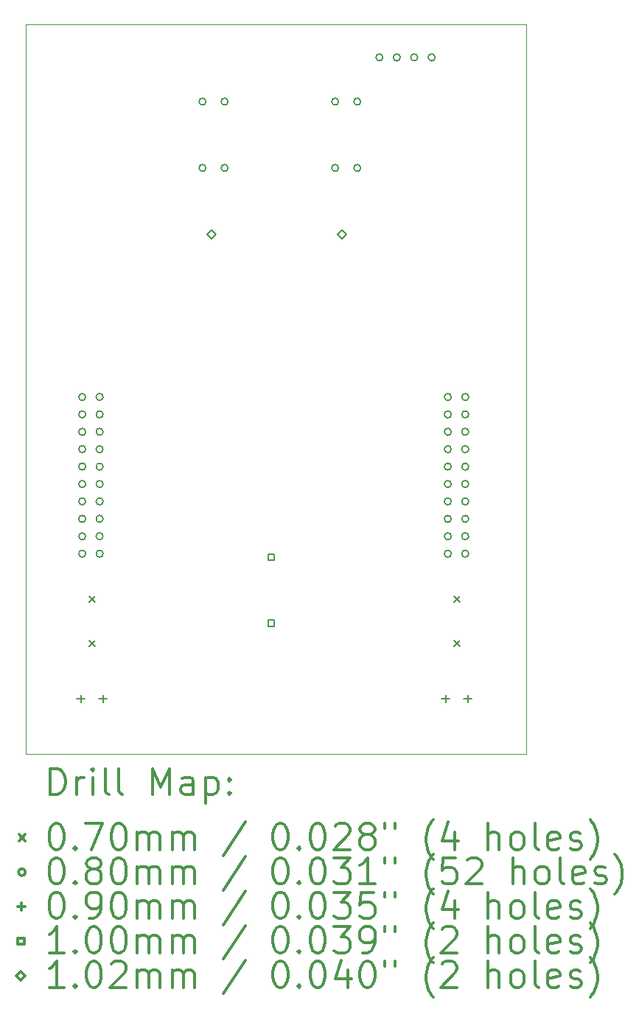
<source format=gbr>
%FSLAX45Y45*%
G04 Gerber Fmt 4.5, Leading zero omitted, Abs format (unit mm)*
G04 Created by KiCad (PCBNEW 5.1.5+dfsg1-2build2) date 2021-11-16 19:48:52*
%MOMM*%
%LPD*%
G04 APERTURE LIST*
%TA.AperFunction,Profile*%
%ADD10C,0.050000*%
%TD*%
%ADD11C,0.200000*%
%ADD12C,0.300000*%
G04 APERTURE END LIST*
D10*
X20868000Y-12954000D02*
X20868000Y-4572000D01*
X15113000Y-12954000D02*
X20868000Y-12954000D01*
X15113000Y-4572000D02*
X20868000Y-4572000D01*
X15113000Y-12954000D02*
X15113000Y-4572000D01*
D11*
X15840000Y-11141000D02*
X15910000Y-11211000D01*
X15910000Y-11141000D02*
X15840000Y-11211000D01*
X15840000Y-11649000D02*
X15910000Y-11719000D01*
X15910000Y-11649000D02*
X15840000Y-11719000D01*
X20031000Y-11141000D02*
X20101000Y-11211000D01*
X20101000Y-11141000D02*
X20031000Y-11211000D01*
X20031000Y-11649000D02*
X20101000Y-11719000D01*
X20101000Y-11649000D02*
X20031000Y-11719000D01*
X18709000Y-5461000D02*
G75*
G03X18709000Y-5461000I-40000J0D01*
G01*
X18709000Y-6223000D02*
G75*
G03X18709000Y-6223000I-40000J0D01*
G01*
X18963000Y-5461000D02*
G75*
G03X18963000Y-5461000I-40000J0D01*
G01*
X18963000Y-6223000D02*
G75*
G03X18963000Y-6223000I-40000J0D01*
G01*
X20003000Y-8854000D02*
G75*
G03X20003000Y-8854000I-40000J0D01*
G01*
X20003000Y-9054000D02*
G75*
G03X20003000Y-9054000I-40000J0D01*
G01*
X20003000Y-9254000D02*
G75*
G03X20003000Y-9254000I-40000J0D01*
G01*
X20003000Y-9454000D02*
G75*
G03X20003000Y-9454000I-40000J0D01*
G01*
X20003000Y-9654000D02*
G75*
G03X20003000Y-9654000I-40000J0D01*
G01*
X20003000Y-9854000D02*
G75*
G03X20003000Y-9854000I-40000J0D01*
G01*
X20003000Y-10054000D02*
G75*
G03X20003000Y-10054000I-40000J0D01*
G01*
X20003000Y-10254000D02*
G75*
G03X20003000Y-10254000I-40000J0D01*
G01*
X20003000Y-10454000D02*
G75*
G03X20003000Y-10454000I-40000J0D01*
G01*
X20003000Y-10654000D02*
G75*
G03X20003000Y-10654000I-40000J0D01*
G01*
X20203000Y-8854000D02*
G75*
G03X20203000Y-8854000I-40000J0D01*
G01*
X20203000Y-9054000D02*
G75*
G03X20203000Y-9054000I-40000J0D01*
G01*
X20203000Y-9254000D02*
G75*
G03X20203000Y-9254000I-40000J0D01*
G01*
X20203000Y-9454000D02*
G75*
G03X20203000Y-9454000I-40000J0D01*
G01*
X20203000Y-9654000D02*
G75*
G03X20203000Y-9654000I-40000J0D01*
G01*
X20203000Y-9854000D02*
G75*
G03X20203000Y-9854000I-40000J0D01*
G01*
X20203000Y-10054000D02*
G75*
G03X20203000Y-10054000I-40000J0D01*
G01*
X20203000Y-10254000D02*
G75*
G03X20203000Y-10254000I-40000J0D01*
G01*
X20203000Y-10454000D02*
G75*
G03X20203000Y-10454000I-40000J0D01*
G01*
X20203000Y-10654000D02*
G75*
G03X20203000Y-10654000I-40000J0D01*
G01*
X19217000Y-4953000D02*
G75*
G03X19217000Y-4953000I-40000J0D01*
G01*
X19417000Y-4953000D02*
G75*
G03X19417000Y-4953000I-40000J0D01*
G01*
X19617000Y-4953000D02*
G75*
G03X19617000Y-4953000I-40000J0D01*
G01*
X19817000Y-4953000D02*
G75*
G03X19817000Y-4953000I-40000J0D01*
G01*
X15803000Y-8854000D02*
G75*
G03X15803000Y-8854000I-40000J0D01*
G01*
X15803000Y-9054000D02*
G75*
G03X15803000Y-9054000I-40000J0D01*
G01*
X15803000Y-9254000D02*
G75*
G03X15803000Y-9254000I-40000J0D01*
G01*
X15803000Y-9454000D02*
G75*
G03X15803000Y-9454000I-40000J0D01*
G01*
X15803000Y-9654000D02*
G75*
G03X15803000Y-9654000I-40000J0D01*
G01*
X15803000Y-9854000D02*
G75*
G03X15803000Y-9854000I-40000J0D01*
G01*
X15803000Y-10054000D02*
G75*
G03X15803000Y-10054000I-40000J0D01*
G01*
X15803000Y-10254000D02*
G75*
G03X15803000Y-10254000I-40000J0D01*
G01*
X15803000Y-10454000D02*
G75*
G03X15803000Y-10454000I-40000J0D01*
G01*
X15803000Y-10654000D02*
G75*
G03X15803000Y-10654000I-40000J0D01*
G01*
X16003000Y-8854000D02*
G75*
G03X16003000Y-8854000I-40000J0D01*
G01*
X16003000Y-9054000D02*
G75*
G03X16003000Y-9054000I-40000J0D01*
G01*
X16003000Y-9254000D02*
G75*
G03X16003000Y-9254000I-40000J0D01*
G01*
X16003000Y-9454000D02*
G75*
G03X16003000Y-9454000I-40000J0D01*
G01*
X16003000Y-9654000D02*
G75*
G03X16003000Y-9654000I-40000J0D01*
G01*
X16003000Y-9854000D02*
G75*
G03X16003000Y-9854000I-40000J0D01*
G01*
X16003000Y-10054000D02*
G75*
G03X16003000Y-10054000I-40000J0D01*
G01*
X16003000Y-10254000D02*
G75*
G03X16003000Y-10254000I-40000J0D01*
G01*
X16003000Y-10454000D02*
G75*
G03X16003000Y-10454000I-40000J0D01*
G01*
X16003000Y-10654000D02*
G75*
G03X16003000Y-10654000I-40000J0D01*
G01*
X17185000Y-5461000D02*
G75*
G03X17185000Y-5461000I-40000J0D01*
G01*
X17185000Y-6223000D02*
G75*
G03X17185000Y-6223000I-40000J0D01*
G01*
X17439000Y-5461000D02*
G75*
G03X17439000Y-5461000I-40000J0D01*
G01*
X17439000Y-6223000D02*
G75*
G03X17439000Y-6223000I-40000J0D01*
G01*
X19939000Y-12274000D02*
X19939000Y-12364000D01*
X19894000Y-12319000D02*
X19984000Y-12319000D01*
X20193000Y-12274000D02*
X20193000Y-12364000D01*
X20148000Y-12319000D02*
X20238000Y-12319000D01*
X15748000Y-12274000D02*
X15748000Y-12364000D01*
X15703000Y-12319000D02*
X15793000Y-12319000D01*
X16002000Y-12274000D02*
X16002000Y-12364000D01*
X15957000Y-12319000D02*
X16047000Y-12319000D01*
X17969356Y-10727356D02*
X17969356Y-10656644D01*
X17898644Y-10656644D01*
X17898644Y-10727356D01*
X17969356Y-10727356D01*
X17969356Y-11487356D02*
X17969356Y-11416644D01*
X17898644Y-11416644D01*
X17898644Y-11487356D01*
X17969356Y-11487356D01*
X17245000Y-7036000D02*
X17296000Y-6985000D01*
X17245000Y-6934000D01*
X17194000Y-6985000D01*
X17245000Y-7036000D01*
X18744000Y-7036000D02*
X18795000Y-6985000D01*
X18744000Y-6934000D01*
X18693000Y-6985000D01*
X18744000Y-7036000D01*
D12*
X15396928Y-13422214D02*
X15396928Y-13122214D01*
X15468357Y-13122214D01*
X15511214Y-13136500D01*
X15539786Y-13165071D01*
X15554071Y-13193643D01*
X15568357Y-13250786D01*
X15568357Y-13293643D01*
X15554071Y-13350786D01*
X15539786Y-13379357D01*
X15511214Y-13407929D01*
X15468357Y-13422214D01*
X15396928Y-13422214D01*
X15696928Y-13422214D02*
X15696928Y-13222214D01*
X15696928Y-13279357D02*
X15711214Y-13250786D01*
X15725500Y-13236500D01*
X15754071Y-13222214D01*
X15782643Y-13222214D01*
X15882643Y-13422214D02*
X15882643Y-13222214D01*
X15882643Y-13122214D02*
X15868357Y-13136500D01*
X15882643Y-13150786D01*
X15896928Y-13136500D01*
X15882643Y-13122214D01*
X15882643Y-13150786D01*
X16068357Y-13422214D02*
X16039786Y-13407929D01*
X16025500Y-13379357D01*
X16025500Y-13122214D01*
X16225500Y-13422214D02*
X16196928Y-13407929D01*
X16182643Y-13379357D01*
X16182643Y-13122214D01*
X16568357Y-13422214D02*
X16568357Y-13122214D01*
X16668357Y-13336500D01*
X16768357Y-13122214D01*
X16768357Y-13422214D01*
X17039786Y-13422214D02*
X17039786Y-13265071D01*
X17025500Y-13236500D01*
X16996928Y-13222214D01*
X16939786Y-13222214D01*
X16911214Y-13236500D01*
X17039786Y-13407929D02*
X17011214Y-13422214D01*
X16939786Y-13422214D01*
X16911214Y-13407929D01*
X16896928Y-13379357D01*
X16896928Y-13350786D01*
X16911214Y-13322214D01*
X16939786Y-13307929D01*
X17011214Y-13307929D01*
X17039786Y-13293643D01*
X17182643Y-13222214D02*
X17182643Y-13522214D01*
X17182643Y-13236500D02*
X17211214Y-13222214D01*
X17268357Y-13222214D01*
X17296928Y-13236500D01*
X17311214Y-13250786D01*
X17325500Y-13279357D01*
X17325500Y-13365071D01*
X17311214Y-13393643D01*
X17296928Y-13407929D01*
X17268357Y-13422214D01*
X17211214Y-13422214D01*
X17182643Y-13407929D01*
X17454071Y-13393643D02*
X17468357Y-13407929D01*
X17454071Y-13422214D01*
X17439786Y-13407929D01*
X17454071Y-13393643D01*
X17454071Y-13422214D01*
X17454071Y-13236500D02*
X17468357Y-13250786D01*
X17454071Y-13265071D01*
X17439786Y-13250786D01*
X17454071Y-13236500D01*
X17454071Y-13265071D01*
X15040500Y-13881500D02*
X15110500Y-13951500D01*
X15110500Y-13881500D02*
X15040500Y-13951500D01*
X15454071Y-13752214D02*
X15482643Y-13752214D01*
X15511214Y-13766500D01*
X15525500Y-13780786D01*
X15539786Y-13809357D01*
X15554071Y-13866500D01*
X15554071Y-13937929D01*
X15539786Y-13995071D01*
X15525500Y-14023643D01*
X15511214Y-14037929D01*
X15482643Y-14052214D01*
X15454071Y-14052214D01*
X15425500Y-14037929D01*
X15411214Y-14023643D01*
X15396928Y-13995071D01*
X15382643Y-13937929D01*
X15382643Y-13866500D01*
X15396928Y-13809357D01*
X15411214Y-13780786D01*
X15425500Y-13766500D01*
X15454071Y-13752214D01*
X15682643Y-14023643D02*
X15696928Y-14037929D01*
X15682643Y-14052214D01*
X15668357Y-14037929D01*
X15682643Y-14023643D01*
X15682643Y-14052214D01*
X15796928Y-13752214D02*
X15996928Y-13752214D01*
X15868357Y-14052214D01*
X16168357Y-13752214D02*
X16196928Y-13752214D01*
X16225500Y-13766500D01*
X16239786Y-13780786D01*
X16254071Y-13809357D01*
X16268357Y-13866500D01*
X16268357Y-13937929D01*
X16254071Y-13995071D01*
X16239786Y-14023643D01*
X16225500Y-14037929D01*
X16196928Y-14052214D01*
X16168357Y-14052214D01*
X16139786Y-14037929D01*
X16125500Y-14023643D01*
X16111214Y-13995071D01*
X16096928Y-13937929D01*
X16096928Y-13866500D01*
X16111214Y-13809357D01*
X16125500Y-13780786D01*
X16139786Y-13766500D01*
X16168357Y-13752214D01*
X16396928Y-14052214D02*
X16396928Y-13852214D01*
X16396928Y-13880786D02*
X16411214Y-13866500D01*
X16439786Y-13852214D01*
X16482643Y-13852214D01*
X16511214Y-13866500D01*
X16525500Y-13895071D01*
X16525500Y-14052214D01*
X16525500Y-13895071D02*
X16539786Y-13866500D01*
X16568357Y-13852214D01*
X16611214Y-13852214D01*
X16639786Y-13866500D01*
X16654071Y-13895071D01*
X16654071Y-14052214D01*
X16796928Y-14052214D02*
X16796928Y-13852214D01*
X16796928Y-13880786D02*
X16811214Y-13866500D01*
X16839786Y-13852214D01*
X16882643Y-13852214D01*
X16911214Y-13866500D01*
X16925500Y-13895071D01*
X16925500Y-14052214D01*
X16925500Y-13895071D02*
X16939786Y-13866500D01*
X16968357Y-13852214D01*
X17011214Y-13852214D01*
X17039786Y-13866500D01*
X17054071Y-13895071D01*
X17054071Y-14052214D01*
X17639786Y-13737929D02*
X17382643Y-14123643D01*
X18025500Y-13752214D02*
X18054071Y-13752214D01*
X18082643Y-13766500D01*
X18096928Y-13780786D01*
X18111214Y-13809357D01*
X18125500Y-13866500D01*
X18125500Y-13937929D01*
X18111214Y-13995071D01*
X18096928Y-14023643D01*
X18082643Y-14037929D01*
X18054071Y-14052214D01*
X18025500Y-14052214D01*
X17996928Y-14037929D01*
X17982643Y-14023643D01*
X17968357Y-13995071D01*
X17954071Y-13937929D01*
X17954071Y-13866500D01*
X17968357Y-13809357D01*
X17982643Y-13780786D01*
X17996928Y-13766500D01*
X18025500Y-13752214D01*
X18254071Y-14023643D02*
X18268357Y-14037929D01*
X18254071Y-14052214D01*
X18239786Y-14037929D01*
X18254071Y-14023643D01*
X18254071Y-14052214D01*
X18454071Y-13752214D02*
X18482643Y-13752214D01*
X18511214Y-13766500D01*
X18525500Y-13780786D01*
X18539786Y-13809357D01*
X18554071Y-13866500D01*
X18554071Y-13937929D01*
X18539786Y-13995071D01*
X18525500Y-14023643D01*
X18511214Y-14037929D01*
X18482643Y-14052214D01*
X18454071Y-14052214D01*
X18425500Y-14037929D01*
X18411214Y-14023643D01*
X18396928Y-13995071D01*
X18382643Y-13937929D01*
X18382643Y-13866500D01*
X18396928Y-13809357D01*
X18411214Y-13780786D01*
X18425500Y-13766500D01*
X18454071Y-13752214D01*
X18668357Y-13780786D02*
X18682643Y-13766500D01*
X18711214Y-13752214D01*
X18782643Y-13752214D01*
X18811214Y-13766500D01*
X18825500Y-13780786D01*
X18839786Y-13809357D01*
X18839786Y-13837929D01*
X18825500Y-13880786D01*
X18654071Y-14052214D01*
X18839786Y-14052214D01*
X19011214Y-13880786D02*
X18982643Y-13866500D01*
X18968357Y-13852214D01*
X18954071Y-13823643D01*
X18954071Y-13809357D01*
X18968357Y-13780786D01*
X18982643Y-13766500D01*
X19011214Y-13752214D01*
X19068357Y-13752214D01*
X19096928Y-13766500D01*
X19111214Y-13780786D01*
X19125500Y-13809357D01*
X19125500Y-13823643D01*
X19111214Y-13852214D01*
X19096928Y-13866500D01*
X19068357Y-13880786D01*
X19011214Y-13880786D01*
X18982643Y-13895071D01*
X18968357Y-13909357D01*
X18954071Y-13937929D01*
X18954071Y-13995071D01*
X18968357Y-14023643D01*
X18982643Y-14037929D01*
X19011214Y-14052214D01*
X19068357Y-14052214D01*
X19096928Y-14037929D01*
X19111214Y-14023643D01*
X19125500Y-13995071D01*
X19125500Y-13937929D01*
X19111214Y-13909357D01*
X19096928Y-13895071D01*
X19068357Y-13880786D01*
X19239786Y-13752214D02*
X19239786Y-13809357D01*
X19354071Y-13752214D02*
X19354071Y-13809357D01*
X19796928Y-14166500D02*
X19782643Y-14152214D01*
X19754071Y-14109357D01*
X19739786Y-14080786D01*
X19725500Y-14037929D01*
X19711214Y-13966500D01*
X19711214Y-13909357D01*
X19725500Y-13837929D01*
X19739786Y-13795071D01*
X19754071Y-13766500D01*
X19782643Y-13723643D01*
X19796928Y-13709357D01*
X20039786Y-13852214D02*
X20039786Y-14052214D01*
X19968357Y-13737929D02*
X19896928Y-13952214D01*
X20082643Y-13952214D01*
X20425500Y-14052214D02*
X20425500Y-13752214D01*
X20554071Y-14052214D02*
X20554071Y-13895071D01*
X20539786Y-13866500D01*
X20511214Y-13852214D01*
X20468357Y-13852214D01*
X20439786Y-13866500D01*
X20425500Y-13880786D01*
X20739786Y-14052214D02*
X20711214Y-14037929D01*
X20696928Y-14023643D01*
X20682643Y-13995071D01*
X20682643Y-13909357D01*
X20696928Y-13880786D01*
X20711214Y-13866500D01*
X20739786Y-13852214D01*
X20782643Y-13852214D01*
X20811214Y-13866500D01*
X20825500Y-13880786D01*
X20839786Y-13909357D01*
X20839786Y-13995071D01*
X20825500Y-14023643D01*
X20811214Y-14037929D01*
X20782643Y-14052214D01*
X20739786Y-14052214D01*
X21011214Y-14052214D02*
X20982643Y-14037929D01*
X20968357Y-14009357D01*
X20968357Y-13752214D01*
X21239786Y-14037929D02*
X21211214Y-14052214D01*
X21154071Y-14052214D01*
X21125500Y-14037929D01*
X21111214Y-14009357D01*
X21111214Y-13895071D01*
X21125500Y-13866500D01*
X21154071Y-13852214D01*
X21211214Y-13852214D01*
X21239786Y-13866500D01*
X21254071Y-13895071D01*
X21254071Y-13923643D01*
X21111214Y-13952214D01*
X21368357Y-14037929D02*
X21396928Y-14052214D01*
X21454071Y-14052214D01*
X21482643Y-14037929D01*
X21496928Y-14009357D01*
X21496928Y-13995071D01*
X21482643Y-13966500D01*
X21454071Y-13952214D01*
X21411214Y-13952214D01*
X21382643Y-13937929D01*
X21368357Y-13909357D01*
X21368357Y-13895071D01*
X21382643Y-13866500D01*
X21411214Y-13852214D01*
X21454071Y-13852214D01*
X21482643Y-13866500D01*
X21596928Y-14166500D02*
X21611214Y-14152214D01*
X21639786Y-14109357D01*
X21654071Y-14080786D01*
X21668357Y-14037929D01*
X21682643Y-13966500D01*
X21682643Y-13909357D01*
X21668357Y-13837929D01*
X21654071Y-13795071D01*
X21639786Y-13766500D01*
X21611214Y-13723643D01*
X21596928Y-13709357D01*
X15110500Y-14312500D02*
G75*
G03X15110500Y-14312500I-40000J0D01*
G01*
X15454071Y-14148214D02*
X15482643Y-14148214D01*
X15511214Y-14162500D01*
X15525500Y-14176786D01*
X15539786Y-14205357D01*
X15554071Y-14262500D01*
X15554071Y-14333929D01*
X15539786Y-14391071D01*
X15525500Y-14419643D01*
X15511214Y-14433929D01*
X15482643Y-14448214D01*
X15454071Y-14448214D01*
X15425500Y-14433929D01*
X15411214Y-14419643D01*
X15396928Y-14391071D01*
X15382643Y-14333929D01*
X15382643Y-14262500D01*
X15396928Y-14205357D01*
X15411214Y-14176786D01*
X15425500Y-14162500D01*
X15454071Y-14148214D01*
X15682643Y-14419643D02*
X15696928Y-14433929D01*
X15682643Y-14448214D01*
X15668357Y-14433929D01*
X15682643Y-14419643D01*
X15682643Y-14448214D01*
X15868357Y-14276786D02*
X15839786Y-14262500D01*
X15825500Y-14248214D01*
X15811214Y-14219643D01*
X15811214Y-14205357D01*
X15825500Y-14176786D01*
X15839786Y-14162500D01*
X15868357Y-14148214D01*
X15925500Y-14148214D01*
X15954071Y-14162500D01*
X15968357Y-14176786D01*
X15982643Y-14205357D01*
X15982643Y-14219643D01*
X15968357Y-14248214D01*
X15954071Y-14262500D01*
X15925500Y-14276786D01*
X15868357Y-14276786D01*
X15839786Y-14291071D01*
X15825500Y-14305357D01*
X15811214Y-14333929D01*
X15811214Y-14391071D01*
X15825500Y-14419643D01*
X15839786Y-14433929D01*
X15868357Y-14448214D01*
X15925500Y-14448214D01*
X15954071Y-14433929D01*
X15968357Y-14419643D01*
X15982643Y-14391071D01*
X15982643Y-14333929D01*
X15968357Y-14305357D01*
X15954071Y-14291071D01*
X15925500Y-14276786D01*
X16168357Y-14148214D02*
X16196928Y-14148214D01*
X16225500Y-14162500D01*
X16239786Y-14176786D01*
X16254071Y-14205357D01*
X16268357Y-14262500D01*
X16268357Y-14333929D01*
X16254071Y-14391071D01*
X16239786Y-14419643D01*
X16225500Y-14433929D01*
X16196928Y-14448214D01*
X16168357Y-14448214D01*
X16139786Y-14433929D01*
X16125500Y-14419643D01*
X16111214Y-14391071D01*
X16096928Y-14333929D01*
X16096928Y-14262500D01*
X16111214Y-14205357D01*
X16125500Y-14176786D01*
X16139786Y-14162500D01*
X16168357Y-14148214D01*
X16396928Y-14448214D02*
X16396928Y-14248214D01*
X16396928Y-14276786D02*
X16411214Y-14262500D01*
X16439786Y-14248214D01*
X16482643Y-14248214D01*
X16511214Y-14262500D01*
X16525500Y-14291071D01*
X16525500Y-14448214D01*
X16525500Y-14291071D02*
X16539786Y-14262500D01*
X16568357Y-14248214D01*
X16611214Y-14248214D01*
X16639786Y-14262500D01*
X16654071Y-14291071D01*
X16654071Y-14448214D01*
X16796928Y-14448214D02*
X16796928Y-14248214D01*
X16796928Y-14276786D02*
X16811214Y-14262500D01*
X16839786Y-14248214D01*
X16882643Y-14248214D01*
X16911214Y-14262500D01*
X16925500Y-14291071D01*
X16925500Y-14448214D01*
X16925500Y-14291071D02*
X16939786Y-14262500D01*
X16968357Y-14248214D01*
X17011214Y-14248214D01*
X17039786Y-14262500D01*
X17054071Y-14291071D01*
X17054071Y-14448214D01*
X17639786Y-14133929D02*
X17382643Y-14519643D01*
X18025500Y-14148214D02*
X18054071Y-14148214D01*
X18082643Y-14162500D01*
X18096928Y-14176786D01*
X18111214Y-14205357D01*
X18125500Y-14262500D01*
X18125500Y-14333929D01*
X18111214Y-14391071D01*
X18096928Y-14419643D01*
X18082643Y-14433929D01*
X18054071Y-14448214D01*
X18025500Y-14448214D01*
X17996928Y-14433929D01*
X17982643Y-14419643D01*
X17968357Y-14391071D01*
X17954071Y-14333929D01*
X17954071Y-14262500D01*
X17968357Y-14205357D01*
X17982643Y-14176786D01*
X17996928Y-14162500D01*
X18025500Y-14148214D01*
X18254071Y-14419643D02*
X18268357Y-14433929D01*
X18254071Y-14448214D01*
X18239786Y-14433929D01*
X18254071Y-14419643D01*
X18254071Y-14448214D01*
X18454071Y-14148214D02*
X18482643Y-14148214D01*
X18511214Y-14162500D01*
X18525500Y-14176786D01*
X18539786Y-14205357D01*
X18554071Y-14262500D01*
X18554071Y-14333929D01*
X18539786Y-14391071D01*
X18525500Y-14419643D01*
X18511214Y-14433929D01*
X18482643Y-14448214D01*
X18454071Y-14448214D01*
X18425500Y-14433929D01*
X18411214Y-14419643D01*
X18396928Y-14391071D01*
X18382643Y-14333929D01*
X18382643Y-14262500D01*
X18396928Y-14205357D01*
X18411214Y-14176786D01*
X18425500Y-14162500D01*
X18454071Y-14148214D01*
X18654071Y-14148214D02*
X18839786Y-14148214D01*
X18739786Y-14262500D01*
X18782643Y-14262500D01*
X18811214Y-14276786D01*
X18825500Y-14291071D01*
X18839786Y-14319643D01*
X18839786Y-14391071D01*
X18825500Y-14419643D01*
X18811214Y-14433929D01*
X18782643Y-14448214D01*
X18696928Y-14448214D01*
X18668357Y-14433929D01*
X18654071Y-14419643D01*
X19125500Y-14448214D02*
X18954071Y-14448214D01*
X19039786Y-14448214D02*
X19039786Y-14148214D01*
X19011214Y-14191071D01*
X18982643Y-14219643D01*
X18954071Y-14233929D01*
X19239786Y-14148214D02*
X19239786Y-14205357D01*
X19354071Y-14148214D02*
X19354071Y-14205357D01*
X19796928Y-14562500D02*
X19782643Y-14548214D01*
X19754071Y-14505357D01*
X19739786Y-14476786D01*
X19725500Y-14433929D01*
X19711214Y-14362500D01*
X19711214Y-14305357D01*
X19725500Y-14233929D01*
X19739786Y-14191071D01*
X19754071Y-14162500D01*
X19782643Y-14119643D01*
X19796928Y-14105357D01*
X20054071Y-14148214D02*
X19911214Y-14148214D01*
X19896928Y-14291071D01*
X19911214Y-14276786D01*
X19939786Y-14262500D01*
X20011214Y-14262500D01*
X20039786Y-14276786D01*
X20054071Y-14291071D01*
X20068357Y-14319643D01*
X20068357Y-14391071D01*
X20054071Y-14419643D01*
X20039786Y-14433929D01*
X20011214Y-14448214D01*
X19939786Y-14448214D01*
X19911214Y-14433929D01*
X19896928Y-14419643D01*
X20182643Y-14176786D02*
X20196928Y-14162500D01*
X20225500Y-14148214D01*
X20296928Y-14148214D01*
X20325500Y-14162500D01*
X20339786Y-14176786D01*
X20354071Y-14205357D01*
X20354071Y-14233929D01*
X20339786Y-14276786D01*
X20168357Y-14448214D01*
X20354071Y-14448214D01*
X20711214Y-14448214D02*
X20711214Y-14148214D01*
X20839786Y-14448214D02*
X20839786Y-14291071D01*
X20825500Y-14262500D01*
X20796928Y-14248214D01*
X20754071Y-14248214D01*
X20725500Y-14262500D01*
X20711214Y-14276786D01*
X21025500Y-14448214D02*
X20996928Y-14433929D01*
X20982643Y-14419643D01*
X20968357Y-14391071D01*
X20968357Y-14305357D01*
X20982643Y-14276786D01*
X20996928Y-14262500D01*
X21025500Y-14248214D01*
X21068357Y-14248214D01*
X21096928Y-14262500D01*
X21111214Y-14276786D01*
X21125500Y-14305357D01*
X21125500Y-14391071D01*
X21111214Y-14419643D01*
X21096928Y-14433929D01*
X21068357Y-14448214D01*
X21025500Y-14448214D01*
X21296928Y-14448214D02*
X21268357Y-14433929D01*
X21254071Y-14405357D01*
X21254071Y-14148214D01*
X21525500Y-14433929D02*
X21496928Y-14448214D01*
X21439786Y-14448214D01*
X21411214Y-14433929D01*
X21396928Y-14405357D01*
X21396928Y-14291071D01*
X21411214Y-14262500D01*
X21439786Y-14248214D01*
X21496928Y-14248214D01*
X21525500Y-14262500D01*
X21539786Y-14291071D01*
X21539786Y-14319643D01*
X21396928Y-14348214D01*
X21654071Y-14433929D02*
X21682643Y-14448214D01*
X21739786Y-14448214D01*
X21768357Y-14433929D01*
X21782643Y-14405357D01*
X21782643Y-14391071D01*
X21768357Y-14362500D01*
X21739786Y-14348214D01*
X21696928Y-14348214D01*
X21668357Y-14333929D01*
X21654071Y-14305357D01*
X21654071Y-14291071D01*
X21668357Y-14262500D01*
X21696928Y-14248214D01*
X21739786Y-14248214D01*
X21768357Y-14262500D01*
X21882643Y-14562500D02*
X21896928Y-14548214D01*
X21925500Y-14505357D01*
X21939786Y-14476786D01*
X21954071Y-14433929D01*
X21968357Y-14362500D01*
X21968357Y-14305357D01*
X21954071Y-14233929D01*
X21939786Y-14191071D01*
X21925500Y-14162500D01*
X21896928Y-14119643D01*
X21882643Y-14105357D01*
X15065500Y-14663500D02*
X15065500Y-14753500D01*
X15020500Y-14708500D02*
X15110500Y-14708500D01*
X15454071Y-14544214D02*
X15482643Y-14544214D01*
X15511214Y-14558500D01*
X15525500Y-14572786D01*
X15539786Y-14601357D01*
X15554071Y-14658500D01*
X15554071Y-14729929D01*
X15539786Y-14787071D01*
X15525500Y-14815643D01*
X15511214Y-14829929D01*
X15482643Y-14844214D01*
X15454071Y-14844214D01*
X15425500Y-14829929D01*
X15411214Y-14815643D01*
X15396928Y-14787071D01*
X15382643Y-14729929D01*
X15382643Y-14658500D01*
X15396928Y-14601357D01*
X15411214Y-14572786D01*
X15425500Y-14558500D01*
X15454071Y-14544214D01*
X15682643Y-14815643D02*
X15696928Y-14829929D01*
X15682643Y-14844214D01*
X15668357Y-14829929D01*
X15682643Y-14815643D01*
X15682643Y-14844214D01*
X15839786Y-14844214D02*
X15896928Y-14844214D01*
X15925500Y-14829929D01*
X15939786Y-14815643D01*
X15968357Y-14772786D01*
X15982643Y-14715643D01*
X15982643Y-14601357D01*
X15968357Y-14572786D01*
X15954071Y-14558500D01*
X15925500Y-14544214D01*
X15868357Y-14544214D01*
X15839786Y-14558500D01*
X15825500Y-14572786D01*
X15811214Y-14601357D01*
X15811214Y-14672786D01*
X15825500Y-14701357D01*
X15839786Y-14715643D01*
X15868357Y-14729929D01*
X15925500Y-14729929D01*
X15954071Y-14715643D01*
X15968357Y-14701357D01*
X15982643Y-14672786D01*
X16168357Y-14544214D02*
X16196928Y-14544214D01*
X16225500Y-14558500D01*
X16239786Y-14572786D01*
X16254071Y-14601357D01*
X16268357Y-14658500D01*
X16268357Y-14729929D01*
X16254071Y-14787071D01*
X16239786Y-14815643D01*
X16225500Y-14829929D01*
X16196928Y-14844214D01*
X16168357Y-14844214D01*
X16139786Y-14829929D01*
X16125500Y-14815643D01*
X16111214Y-14787071D01*
X16096928Y-14729929D01*
X16096928Y-14658500D01*
X16111214Y-14601357D01*
X16125500Y-14572786D01*
X16139786Y-14558500D01*
X16168357Y-14544214D01*
X16396928Y-14844214D02*
X16396928Y-14644214D01*
X16396928Y-14672786D02*
X16411214Y-14658500D01*
X16439786Y-14644214D01*
X16482643Y-14644214D01*
X16511214Y-14658500D01*
X16525500Y-14687071D01*
X16525500Y-14844214D01*
X16525500Y-14687071D02*
X16539786Y-14658500D01*
X16568357Y-14644214D01*
X16611214Y-14644214D01*
X16639786Y-14658500D01*
X16654071Y-14687071D01*
X16654071Y-14844214D01*
X16796928Y-14844214D02*
X16796928Y-14644214D01*
X16796928Y-14672786D02*
X16811214Y-14658500D01*
X16839786Y-14644214D01*
X16882643Y-14644214D01*
X16911214Y-14658500D01*
X16925500Y-14687071D01*
X16925500Y-14844214D01*
X16925500Y-14687071D02*
X16939786Y-14658500D01*
X16968357Y-14644214D01*
X17011214Y-14644214D01*
X17039786Y-14658500D01*
X17054071Y-14687071D01*
X17054071Y-14844214D01*
X17639786Y-14529929D02*
X17382643Y-14915643D01*
X18025500Y-14544214D02*
X18054071Y-14544214D01*
X18082643Y-14558500D01*
X18096928Y-14572786D01*
X18111214Y-14601357D01*
X18125500Y-14658500D01*
X18125500Y-14729929D01*
X18111214Y-14787071D01*
X18096928Y-14815643D01*
X18082643Y-14829929D01*
X18054071Y-14844214D01*
X18025500Y-14844214D01*
X17996928Y-14829929D01*
X17982643Y-14815643D01*
X17968357Y-14787071D01*
X17954071Y-14729929D01*
X17954071Y-14658500D01*
X17968357Y-14601357D01*
X17982643Y-14572786D01*
X17996928Y-14558500D01*
X18025500Y-14544214D01*
X18254071Y-14815643D02*
X18268357Y-14829929D01*
X18254071Y-14844214D01*
X18239786Y-14829929D01*
X18254071Y-14815643D01*
X18254071Y-14844214D01*
X18454071Y-14544214D02*
X18482643Y-14544214D01*
X18511214Y-14558500D01*
X18525500Y-14572786D01*
X18539786Y-14601357D01*
X18554071Y-14658500D01*
X18554071Y-14729929D01*
X18539786Y-14787071D01*
X18525500Y-14815643D01*
X18511214Y-14829929D01*
X18482643Y-14844214D01*
X18454071Y-14844214D01*
X18425500Y-14829929D01*
X18411214Y-14815643D01*
X18396928Y-14787071D01*
X18382643Y-14729929D01*
X18382643Y-14658500D01*
X18396928Y-14601357D01*
X18411214Y-14572786D01*
X18425500Y-14558500D01*
X18454071Y-14544214D01*
X18654071Y-14544214D02*
X18839786Y-14544214D01*
X18739786Y-14658500D01*
X18782643Y-14658500D01*
X18811214Y-14672786D01*
X18825500Y-14687071D01*
X18839786Y-14715643D01*
X18839786Y-14787071D01*
X18825500Y-14815643D01*
X18811214Y-14829929D01*
X18782643Y-14844214D01*
X18696928Y-14844214D01*
X18668357Y-14829929D01*
X18654071Y-14815643D01*
X19111214Y-14544214D02*
X18968357Y-14544214D01*
X18954071Y-14687071D01*
X18968357Y-14672786D01*
X18996928Y-14658500D01*
X19068357Y-14658500D01*
X19096928Y-14672786D01*
X19111214Y-14687071D01*
X19125500Y-14715643D01*
X19125500Y-14787071D01*
X19111214Y-14815643D01*
X19096928Y-14829929D01*
X19068357Y-14844214D01*
X18996928Y-14844214D01*
X18968357Y-14829929D01*
X18954071Y-14815643D01*
X19239786Y-14544214D02*
X19239786Y-14601357D01*
X19354071Y-14544214D02*
X19354071Y-14601357D01*
X19796928Y-14958500D02*
X19782643Y-14944214D01*
X19754071Y-14901357D01*
X19739786Y-14872786D01*
X19725500Y-14829929D01*
X19711214Y-14758500D01*
X19711214Y-14701357D01*
X19725500Y-14629929D01*
X19739786Y-14587071D01*
X19754071Y-14558500D01*
X19782643Y-14515643D01*
X19796928Y-14501357D01*
X20039786Y-14644214D02*
X20039786Y-14844214D01*
X19968357Y-14529929D02*
X19896928Y-14744214D01*
X20082643Y-14744214D01*
X20425500Y-14844214D02*
X20425500Y-14544214D01*
X20554071Y-14844214D02*
X20554071Y-14687071D01*
X20539786Y-14658500D01*
X20511214Y-14644214D01*
X20468357Y-14644214D01*
X20439786Y-14658500D01*
X20425500Y-14672786D01*
X20739786Y-14844214D02*
X20711214Y-14829929D01*
X20696928Y-14815643D01*
X20682643Y-14787071D01*
X20682643Y-14701357D01*
X20696928Y-14672786D01*
X20711214Y-14658500D01*
X20739786Y-14644214D01*
X20782643Y-14644214D01*
X20811214Y-14658500D01*
X20825500Y-14672786D01*
X20839786Y-14701357D01*
X20839786Y-14787071D01*
X20825500Y-14815643D01*
X20811214Y-14829929D01*
X20782643Y-14844214D01*
X20739786Y-14844214D01*
X21011214Y-14844214D02*
X20982643Y-14829929D01*
X20968357Y-14801357D01*
X20968357Y-14544214D01*
X21239786Y-14829929D02*
X21211214Y-14844214D01*
X21154071Y-14844214D01*
X21125500Y-14829929D01*
X21111214Y-14801357D01*
X21111214Y-14687071D01*
X21125500Y-14658500D01*
X21154071Y-14644214D01*
X21211214Y-14644214D01*
X21239786Y-14658500D01*
X21254071Y-14687071D01*
X21254071Y-14715643D01*
X21111214Y-14744214D01*
X21368357Y-14829929D02*
X21396928Y-14844214D01*
X21454071Y-14844214D01*
X21482643Y-14829929D01*
X21496928Y-14801357D01*
X21496928Y-14787071D01*
X21482643Y-14758500D01*
X21454071Y-14744214D01*
X21411214Y-14744214D01*
X21382643Y-14729929D01*
X21368357Y-14701357D01*
X21368357Y-14687071D01*
X21382643Y-14658500D01*
X21411214Y-14644214D01*
X21454071Y-14644214D01*
X21482643Y-14658500D01*
X21596928Y-14958500D02*
X21611214Y-14944214D01*
X21639786Y-14901357D01*
X21654071Y-14872786D01*
X21668357Y-14829929D01*
X21682643Y-14758500D01*
X21682643Y-14701357D01*
X21668357Y-14629929D01*
X21654071Y-14587071D01*
X21639786Y-14558500D01*
X21611214Y-14515643D01*
X21596928Y-14501357D01*
X15095856Y-15139856D02*
X15095856Y-15069144D01*
X15025144Y-15069144D01*
X15025144Y-15139856D01*
X15095856Y-15139856D01*
X15554071Y-15240214D02*
X15382643Y-15240214D01*
X15468357Y-15240214D02*
X15468357Y-14940214D01*
X15439786Y-14983071D01*
X15411214Y-15011643D01*
X15382643Y-15025929D01*
X15682643Y-15211643D02*
X15696928Y-15225929D01*
X15682643Y-15240214D01*
X15668357Y-15225929D01*
X15682643Y-15211643D01*
X15682643Y-15240214D01*
X15882643Y-14940214D02*
X15911214Y-14940214D01*
X15939786Y-14954500D01*
X15954071Y-14968786D01*
X15968357Y-14997357D01*
X15982643Y-15054500D01*
X15982643Y-15125929D01*
X15968357Y-15183071D01*
X15954071Y-15211643D01*
X15939786Y-15225929D01*
X15911214Y-15240214D01*
X15882643Y-15240214D01*
X15854071Y-15225929D01*
X15839786Y-15211643D01*
X15825500Y-15183071D01*
X15811214Y-15125929D01*
X15811214Y-15054500D01*
X15825500Y-14997357D01*
X15839786Y-14968786D01*
X15854071Y-14954500D01*
X15882643Y-14940214D01*
X16168357Y-14940214D02*
X16196928Y-14940214D01*
X16225500Y-14954500D01*
X16239786Y-14968786D01*
X16254071Y-14997357D01*
X16268357Y-15054500D01*
X16268357Y-15125929D01*
X16254071Y-15183071D01*
X16239786Y-15211643D01*
X16225500Y-15225929D01*
X16196928Y-15240214D01*
X16168357Y-15240214D01*
X16139786Y-15225929D01*
X16125500Y-15211643D01*
X16111214Y-15183071D01*
X16096928Y-15125929D01*
X16096928Y-15054500D01*
X16111214Y-14997357D01*
X16125500Y-14968786D01*
X16139786Y-14954500D01*
X16168357Y-14940214D01*
X16396928Y-15240214D02*
X16396928Y-15040214D01*
X16396928Y-15068786D02*
X16411214Y-15054500D01*
X16439786Y-15040214D01*
X16482643Y-15040214D01*
X16511214Y-15054500D01*
X16525500Y-15083071D01*
X16525500Y-15240214D01*
X16525500Y-15083071D02*
X16539786Y-15054500D01*
X16568357Y-15040214D01*
X16611214Y-15040214D01*
X16639786Y-15054500D01*
X16654071Y-15083071D01*
X16654071Y-15240214D01*
X16796928Y-15240214D02*
X16796928Y-15040214D01*
X16796928Y-15068786D02*
X16811214Y-15054500D01*
X16839786Y-15040214D01*
X16882643Y-15040214D01*
X16911214Y-15054500D01*
X16925500Y-15083071D01*
X16925500Y-15240214D01*
X16925500Y-15083071D02*
X16939786Y-15054500D01*
X16968357Y-15040214D01*
X17011214Y-15040214D01*
X17039786Y-15054500D01*
X17054071Y-15083071D01*
X17054071Y-15240214D01*
X17639786Y-14925929D02*
X17382643Y-15311643D01*
X18025500Y-14940214D02*
X18054071Y-14940214D01*
X18082643Y-14954500D01*
X18096928Y-14968786D01*
X18111214Y-14997357D01*
X18125500Y-15054500D01*
X18125500Y-15125929D01*
X18111214Y-15183071D01*
X18096928Y-15211643D01*
X18082643Y-15225929D01*
X18054071Y-15240214D01*
X18025500Y-15240214D01*
X17996928Y-15225929D01*
X17982643Y-15211643D01*
X17968357Y-15183071D01*
X17954071Y-15125929D01*
X17954071Y-15054500D01*
X17968357Y-14997357D01*
X17982643Y-14968786D01*
X17996928Y-14954500D01*
X18025500Y-14940214D01*
X18254071Y-15211643D02*
X18268357Y-15225929D01*
X18254071Y-15240214D01*
X18239786Y-15225929D01*
X18254071Y-15211643D01*
X18254071Y-15240214D01*
X18454071Y-14940214D02*
X18482643Y-14940214D01*
X18511214Y-14954500D01*
X18525500Y-14968786D01*
X18539786Y-14997357D01*
X18554071Y-15054500D01*
X18554071Y-15125929D01*
X18539786Y-15183071D01*
X18525500Y-15211643D01*
X18511214Y-15225929D01*
X18482643Y-15240214D01*
X18454071Y-15240214D01*
X18425500Y-15225929D01*
X18411214Y-15211643D01*
X18396928Y-15183071D01*
X18382643Y-15125929D01*
X18382643Y-15054500D01*
X18396928Y-14997357D01*
X18411214Y-14968786D01*
X18425500Y-14954500D01*
X18454071Y-14940214D01*
X18654071Y-14940214D02*
X18839786Y-14940214D01*
X18739786Y-15054500D01*
X18782643Y-15054500D01*
X18811214Y-15068786D01*
X18825500Y-15083071D01*
X18839786Y-15111643D01*
X18839786Y-15183071D01*
X18825500Y-15211643D01*
X18811214Y-15225929D01*
X18782643Y-15240214D01*
X18696928Y-15240214D01*
X18668357Y-15225929D01*
X18654071Y-15211643D01*
X18982643Y-15240214D02*
X19039786Y-15240214D01*
X19068357Y-15225929D01*
X19082643Y-15211643D01*
X19111214Y-15168786D01*
X19125500Y-15111643D01*
X19125500Y-14997357D01*
X19111214Y-14968786D01*
X19096928Y-14954500D01*
X19068357Y-14940214D01*
X19011214Y-14940214D01*
X18982643Y-14954500D01*
X18968357Y-14968786D01*
X18954071Y-14997357D01*
X18954071Y-15068786D01*
X18968357Y-15097357D01*
X18982643Y-15111643D01*
X19011214Y-15125929D01*
X19068357Y-15125929D01*
X19096928Y-15111643D01*
X19111214Y-15097357D01*
X19125500Y-15068786D01*
X19239786Y-14940214D02*
X19239786Y-14997357D01*
X19354071Y-14940214D02*
X19354071Y-14997357D01*
X19796928Y-15354500D02*
X19782643Y-15340214D01*
X19754071Y-15297357D01*
X19739786Y-15268786D01*
X19725500Y-15225929D01*
X19711214Y-15154500D01*
X19711214Y-15097357D01*
X19725500Y-15025929D01*
X19739786Y-14983071D01*
X19754071Y-14954500D01*
X19782643Y-14911643D01*
X19796928Y-14897357D01*
X19896928Y-14968786D02*
X19911214Y-14954500D01*
X19939786Y-14940214D01*
X20011214Y-14940214D01*
X20039786Y-14954500D01*
X20054071Y-14968786D01*
X20068357Y-14997357D01*
X20068357Y-15025929D01*
X20054071Y-15068786D01*
X19882643Y-15240214D01*
X20068357Y-15240214D01*
X20425500Y-15240214D02*
X20425500Y-14940214D01*
X20554071Y-15240214D02*
X20554071Y-15083071D01*
X20539786Y-15054500D01*
X20511214Y-15040214D01*
X20468357Y-15040214D01*
X20439786Y-15054500D01*
X20425500Y-15068786D01*
X20739786Y-15240214D02*
X20711214Y-15225929D01*
X20696928Y-15211643D01*
X20682643Y-15183071D01*
X20682643Y-15097357D01*
X20696928Y-15068786D01*
X20711214Y-15054500D01*
X20739786Y-15040214D01*
X20782643Y-15040214D01*
X20811214Y-15054500D01*
X20825500Y-15068786D01*
X20839786Y-15097357D01*
X20839786Y-15183071D01*
X20825500Y-15211643D01*
X20811214Y-15225929D01*
X20782643Y-15240214D01*
X20739786Y-15240214D01*
X21011214Y-15240214D02*
X20982643Y-15225929D01*
X20968357Y-15197357D01*
X20968357Y-14940214D01*
X21239786Y-15225929D02*
X21211214Y-15240214D01*
X21154071Y-15240214D01*
X21125500Y-15225929D01*
X21111214Y-15197357D01*
X21111214Y-15083071D01*
X21125500Y-15054500D01*
X21154071Y-15040214D01*
X21211214Y-15040214D01*
X21239786Y-15054500D01*
X21254071Y-15083071D01*
X21254071Y-15111643D01*
X21111214Y-15140214D01*
X21368357Y-15225929D02*
X21396928Y-15240214D01*
X21454071Y-15240214D01*
X21482643Y-15225929D01*
X21496928Y-15197357D01*
X21496928Y-15183071D01*
X21482643Y-15154500D01*
X21454071Y-15140214D01*
X21411214Y-15140214D01*
X21382643Y-15125929D01*
X21368357Y-15097357D01*
X21368357Y-15083071D01*
X21382643Y-15054500D01*
X21411214Y-15040214D01*
X21454071Y-15040214D01*
X21482643Y-15054500D01*
X21596928Y-15354500D02*
X21611214Y-15340214D01*
X21639786Y-15297357D01*
X21654071Y-15268786D01*
X21668357Y-15225929D01*
X21682643Y-15154500D01*
X21682643Y-15097357D01*
X21668357Y-15025929D01*
X21654071Y-14983071D01*
X21639786Y-14954500D01*
X21611214Y-14911643D01*
X21596928Y-14897357D01*
X15059500Y-15551500D02*
X15110500Y-15500500D01*
X15059500Y-15449500D01*
X15008500Y-15500500D01*
X15059500Y-15551500D01*
X15554071Y-15636214D02*
X15382643Y-15636214D01*
X15468357Y-15636214D02*
X15468357Y-15336214D01*
X15439786Y-15379071D01*
X15411214Y-15407643D01*
X15382643Y-15421929D01*
X15682643Y-15607643D02*
X15696928Y-15621929D01*
X15682643Y-15636214D01*
X15668357Y-15621929D01*
X15682643Y-15607643D01*
X15682643Y-15636214D01*
X15882643Y-15336214D02*
X15911214Y-15336214D01*
X15939786Y-15350500D01*
X15954071Y-15364786D01*
X15968357Y-15393357D01*
X15982643Y-15450500D01*
X15982643Y-15521929D01*
X15968357Y-15579071D01*
X15954071Y-15607643D01*
X15939786Y-15621929D01*
X15911214Y-15636214D01*
X15882643Y-15636214D01*
X15854071Y-15621929D01*
X15839786Y-15607643D01*
X15825500Y-15579071D01*
X15811214Y-15521929D01*
X15811214Y-15450500D01*
X15825500Y-15393357D01*
X15839786Y-15364786D01*
X15854071Y-15350500D01*
X15882643Y-15336214D01*
X16096928Y-15364786D02*
X16111214Y-15350500D01*
X16139786Y-15336214D01*
X16211214Y-15336214D01*
X16239786Y-15350500D01*
X16254071Y-15364786D01*
X16268357Y-15393357D01*
X16268357Y-15421929D01*
X16254071Y-15464786D01*
X16082643Y-15636214D01*
X16268357Y-15636214D01*
X16396928Y-15636214D02*
X16396928Y-15436214D01*
X16396928Y-15464786D02*
X16411214Y-15450500D01*
X16439786Y-15436214D01*
X16482643Y-15436214D01*
X16511214Y-15450500D01*
X16525500Y-15479071D01*
X16525500Y-15636214D01*
X16525500Y-15479071D02*
X16539786Y-15450500D01*
X16568357Y-15436214D01*
X16611214Y-15436214D01*
X16639786Y-15450500D01*
X16654071Y-15479071D01*
X16654071Y-15636214D01*
X16796928Y-15636214D02*
X16796928Y-15436214D01*
X16796928Y-15464786D02*
X16811214Y-15450500D01*
X16839786Y-15436214D01*
X16882643Y-15436214D01*
X16911214Y-15450500D01*
X16925500Y-15479071D01*
X16925500Y-15636214D01*
X16925500Y-15479071D02*
X16939786Y-15450500D01*
X16968357Y-15436214D01*
X17011214Y-15436214D01*
X17039786Y-15450500D01*
X17054071Y-15479071D01*
X17054071Y-15636214D01*
X17639786Y-15321929D02*
X17382643Y-15707643D01*
X18025500Y-15336214D02*
X18054071Y-15336214D01*
X18082643Y-15350500D01*
X18096928Y-15364786D01*
X18111214Y-15393357D01*
X18125500Y-15450500D01*
X18125500Y-15521929D01*
X18111214Y-15579071D01*
X18096928Y-15607643D01*
X18082643Y-15621929D01*
X18054071Y-15636214D01*
X18025500Y-15636214D01*
X17996928Y-15621929D01*
X17982643Y-15607643D01*
X17968357Y-15579071D01*
X17954071Y-15521929D01*
X17954071Y-15450500D01*
X17968357Y-15393357D01*
X17982643Y-15364786D01*
X17996928Y-15350500D01*
X18025500Y-15336214D01*
X18254071Y-15607643D02*
X18268357Y-15621929D01*
X18254071Y-15636214D01*
X18239786Y-15621929D01*
X18254071Y-15607643D01*
X18254071Y-15636214D01*
X18454071Y-15336214D02*
X18482643Y-15336214D01*
X18511214Y-15350500D01*
X18525500Y-15364786D01*
X18539786Y-15393357D01*
X18554071Y-15450500D01*
X18554071Y-15521929D01*
X18539786Y-15579071D01*
X18525500Y-15607643D01*
X18511214Y-15621929D01*
X18482643Y-15636214D01*
X18454071Y-15636214D01*
X18425500Y-15621929D01*
X18411214Y-15607643D01*
X18396928Y-15579071D01*
X18382643Y-15521929D01*
X18382643Y-15450500D01*
X18396928Y-15393357D01*
X18411214Y-15364786D01*
X18425500Y-15350500D01*
X18454071Y-15336214D01*
X18811214Y-15436214D02*
X18811214Y-15636214D01*
X18739786Y-15321929D02*
X18668357Y-15536214D01*
X18854071Y-15536214D01*
X19025500Y-15336214D02*
X19054071Y-15336214D01*
X19082643Y-15350500D01*
X19096928Y-15364786D01*
X19111214Y-15393357D01*
X19125500Y-15450500D01*
X19125500Y-15521929D01*
X19111214Y-15579071D01*
X19096928Y-15607643D01*
X19082643Y-15621929D01*
X19054071Y-15636214D01*
X19025500Y-15636214D01*
X18996928Y-15621929D01*
X18982643Y-15607643D01*
X18968357Y-15579071D01*
X18954071Y-15521929D01*
X18954071Y-15450500D01*
X18968357Y-15393357D01*
X18982643Y-15364786D01*
X18996928Y-15350500D01*
X19025500Y-15336214D01*
X19239786Y-15336214D02*
X19239786Y-15393357D01*
X19354071Y-15336214D02*
X19354071Y-15393357D01*
X19796928Y-15750500D02*
X19782643Y-15736214D01*
X19754071Y-15693357D01*
X19739786Y-15664786D01*
X19725500Y-15621929D01*
X19711214Y-15550500D01*
X19711214Y-15493357D01*
X19725500Y-15421929D01*
X19739786Y-15379071D01*
X19754071Y-15350500D01*
X19782643Y-15307643D01*
X19796928Y-15293357D01*
X19896928Y-15364786D02*
X19911214Y-15350500D01*
X19939786Y-15336214D01*
X20011214Y-15336214D01*
X20039786Y-15350500D01*
X20054071Y-15364786D01*
X20068357Y-15393357D01*
X20068357Y-15421929D01*
X20054071Y-15464786D01*
X19882643Y-15636214D01*
X20068357Y-15636214D01*
X20425500Y-15636214D02*
X20425500Y-15336214D01*
X20554071Y-15636214D02*
X20554071Y-15479071D01*
X20539786Y-15450500D01*
X20511214Y-15436214D01*
X20468357Y-15436214D01*
X20439786Y-15450500D01*
X20425500Y-15464786D01*
X20739786Y-15636214D02*
X20711214Y-15621929D01*
X20696928Y-15607643D01*
X20682643Y-15579071D01*
X20682643Y-15493357D01*
X20696928Y-15464786D01*
X20711214Y-15450500D01*
X20739786Y-15436214D01*
X20782643Y-15436214D01*
X20811214Y-15450500D01*
X20825500Y-15464786D01*
X20839786Y-15493357D01*
X20839786Y-15579071D01*
X20825500Y-15607643D01*
X20811214Y-15621929D01*
X20782643Y-15636214D01*
X20739786Y-15636214D01*
X21011214Y-15636214D02*
X20982643Y-15621929D01*
X20968357Y-15593357D01*
X20968357Y-15336214D01*
X21239786Y-15621929D02*
X21211214Y-15636214D01*
X21154071Y-15636214D01*
X21125500Y-15621929D01*
X21111214Y-15593357D01*
X21111214Y-15479071D01*
X21125500Y-15450500D01*
X21154071Y-15436214D01*
X21211214Y-15436214D01*
X21239786Y-15450500D01*
X21254071Y-15479071D01*
X21254071Y-15507643D01*
X21111214Y-15536214D01*
X21368357Y-15621929D02*
X21396928Y-15636214D01*
X21454071Y-15636214D01*
X21482643Y-15621929D01*
X21496928Y-15593357D01*
X21496928Y-15579071D01*
X21482643Y-15550500D01*
X21454071Y-15536214D01*
X21411214Y-15536214D01*
X21382643Y-15521929D01*
X21368357Y-15493357D01*
X21368357Y-15479071D01*
X21382643Y-15450500D01*
X21411214Y-15436214D01*
X21454071Y-15436214D01*
X21482643Y-15450500D01*
X21596928Y-15750500D02*
X21611214Y-15736214D01*
X21639786Y-15693357D01*
X21654071Y-15664786D01*
X21668357Y-15621929D01*
X21682643Y-15550500D01*
X21682643Y-15493357D01*
X21668357Y-15421929D01*
X21654071Y-15379071D01*
X21639786Y-15350500D01*
X21611214Y-15307643D01*
X21596928Y-15293357D01*
M02*

</source>
